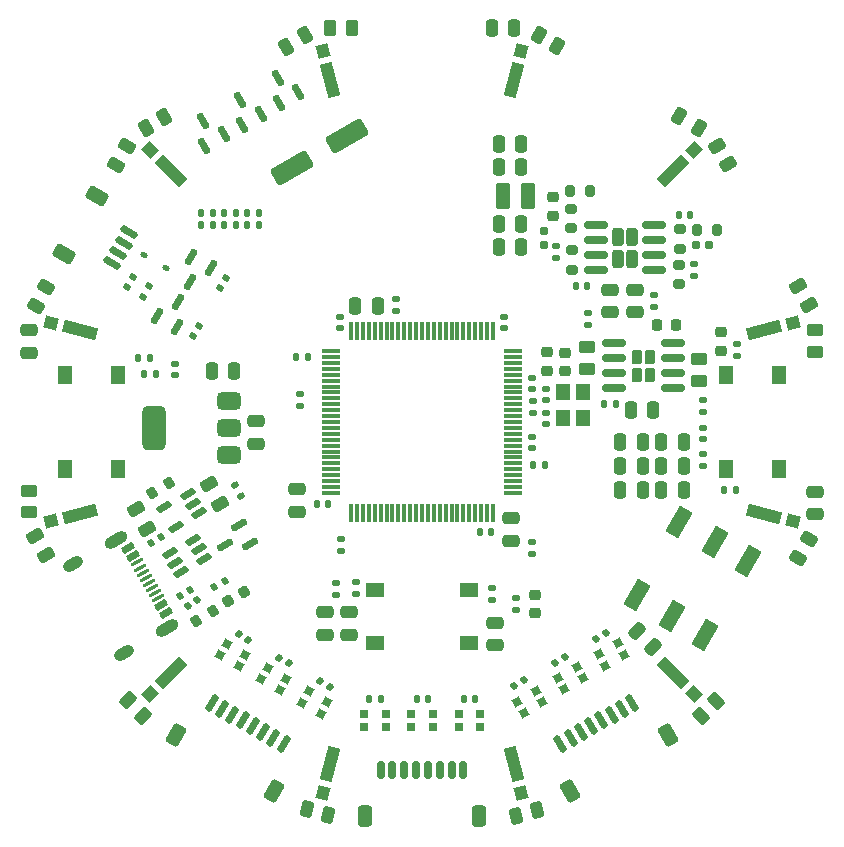
<source format=gbr>
%TF.GenerationSoftware,KiCad,Pcbnew,8.0.3*%
%TF.CreationDate,2024-08-28T16:51:52-04:00*%
%TF.ProjectId,vibrometer_h7,76696272-6f6d-4657-9465-725f68372e6b,rev?*%
%TF.SameCoordinates,Original*%
%TF.FileFunction,Paste,Top*%
%TF.FilePolarity,Positive*%
%FSLAX46Y46*%
G04 Gerber Fmt 4.6, Leading zero omitted, Abs format (unit mm)*
G04 Created by KiCad (PCBNEW 8.0.3) date 2024-08-28 16:51:52*
%MOMM*%
%LPD*%
G01*
G04 APERTURE LIST*
G04 Aperture macros list*
%AMRoundRect*
0 Rectangle with rounded corners*
0 $1 Rounding radius*
0 $2 $3 $4 $5 $6 $7 $8 $9 X,Y pos of 4 corners*
0 Add a 4 corners polygon primitive as box body*
4,1,4,$2,$3,$4,$5,$6,$7,$8,$9,$2,$3,0*
0 Add four circle primitives for the rounded corners*
1,1,$1+$1,$2,$3*
1,1,$1+$1,$4,$5*
1,1,$1+$1,$6,$7*
1,1,$1+$1,$8,$9*
0 Add four rect primitives between the rounded corners*
20,1,$1+$1,$2,$3,$4,$5,0*
20,1,$1+$1,$4,$5,$6,$7,0*
20,1,$1+$1,$6,$7,$8,$9,0*
20,1,$1+$1,$8,$9,$2,$3,0*%
%AMHorizOval*
0 Thick line with rounded ends*
0 $1 width*
0 $2 $3 position (X,Y) of the first rounded end (center of the circle)*
0 $4 $5 position (X,Y) of the second rounded end (center of the circle)*
0 Add line between two ends*
20,1,$1,$2,$3,$4,$5,0*
0 Add two circle primitives to create the rounded ends*
1,1,$1,$2,$3*
1,1,$1,$4,$5*%
%AMRotRect*
0 Rectangle, with rotation*
0 The origin of the aperture is its center*
0 $1 length*
0 $2 width*
0 $3 Rotation angle, in degrees counterclockwise*
0 Add horizontal line*
21,1,$1,$2,0,0,$3*%
G04 Aperture macros list end*
%ADD10RoundRect,0.250000X-0.450000X0.262500X-0.450000X-0.262500X0.450000X-0.262500X0.450000X0.262500X0*%
%ADD11RoundRect,0.200000X-0.275000X0.200000X-0.275000X-0.200000X0.275000X-0.200000X0.275000X0.200000X0*%
%ADD12RoundRect,0.250000X0.512652X0.159099X0.159099X0.512652X-0.512652X-0.159099X-0.159099X-0.512652X0*%
%ADD13RoundRect,0.250000X0.536362X0.020994X0.286362X0.454006X-0.536362X-0.020994X-0.286362X-0.454006X0*%
%ADD14RoundRect,0.140000X0.170000X-0.140000X0.170000X0.140000X-0.170000X0.140000X-0.170000X-0.140000X0*%
%ADD15R,1.200000X1.400000*%
%ADD16RoundRect,0.218750X-0.256250X0.218750X-0.256250X-0.218750X0.256250X-0.218750X0.256250X0.218750X0*%
%ADD17R,0.700000X0.700000*%
%ADD18RoundRect,0.200000X0.200000X0.275000X-0.200000X0.275000X-0.200000X-0.275000X0.200000X-0.275000X0*%
%ADD19RoundRect,0.135000X0.135000X0.185000X-0.135000X0.185000X-0.135000X-0.185000X0.135000X-0.185000X0*%
%ADD20RoundRect,0.250000X-0.503814X-0.132583X-0.132583X-0.503814X0.503814X0.132583X0.132583X0.503814X0*%
%ADD21RoundRect,0.225000X-0.225000X-0.250000X0.225000X-0.250000X0.225000X0.250000X-0.225000X0.250000X0*%
%ADD22RoundRect,0.250000X-0.536362X-0.020994X-0.286362X-0.454006X0.536362X0.020994X0.286362X0.454006X0*%
%ADD23RoundRect,0.150000X-0.442404X-0.466266X-0.182596X-0.616266X0.442404X0.466266X0.182596X0.616266X0*%
%ADD24RoundRect,0.250000X-0.628109X-0.387917X-0.021891X-0.737917X0.628109X0.387917X0.021891X0.737917X0*%
%ADD25RoundRect,0.250000X0.132583X-0.503814X0.503814X-0.132583X-0.132583X0.503814X-0.503814X0.132583X0*%
%ADD26RoundRect,0.140000X-0.036244X-0.217224X0.206244X-0.077224X0.036244X0.217224X-0.206244X0.077224X0*%
%ADD27RoundRect,0.250000X-0.250000X-0.475000X0.250000X-0.475000X0.250000X0.475000X-0.250000X0.475000X0*%
%ADD28RoundRect,0.250000X0.262500X0.450000X-0.262500X0.450000X-0.262500X-0.450000X0.262500X-0.450000X0*%
%ADD29RoundRect,0.135000X0.185000X-0.135000X0.185000X0.135000X-0.185000X0.135000X-0.185000X-0.135000X0*%
%ADD30RoundRect,0.250000X0.454006X0.286362X0.020994X0.536362X-0.454006X-0.286362X-0.020994X-0.536362X0*%
%ADD31RoundRect,0.150000X0.423654X-0.433790X-0.163846X0.583790X-0.423654X0.433790X0.163846X-0.583790X0*%
%ADD32RoundRect,0.140000X-0.170000X0.140000X-0.170000X-0.140000X0.170000X-0.140000X0.170000X0.140000X0*%
%ADD33RoundRect,0.250000X0.250000X0.475000X-0.250000X0.475000X-0.250000X-0.475000X0.250000X-0.475000X0*%
%ADD34RoundRect,0.135000X-0.024413X-0.227715X0.209413X-0.092715X0.024413X0.227715X-0.209413X0.092715X0*%
%ADD35RotRect,2.920000X1.040000X285.000000*%
%ADD36RotRect,1.100000X1.040000X285.000000*%
%ADD37RoundRect,0.225000X0.250000X-0.225000X0.250000X0.225000X-0.250000X0.225000X-0.250000X-0.225000X0*%
%ADD38RotRect,0.700000X0.700000X150.000000*%
%ADD39R,1.300000X1.550000*%
%ADD40RoundRect,0.250000X-0.475000X0.250000X-0.475000X-0.250000X0.475000X-0.250000X0.475000X0.250000X0*%
%ADD41RoundRect,0.135000X-0.135000X-0.185000X0.135000X-0.185000X0.135000X0.185000X-0.135000X0.185000X0*%
%ADD42RoundRect,0.150000X-0.368838X-0.386154X0.518838X0.126346X0.368838X0.386154X-0.518838X-0.126346X0*%
%ADD43RotRect,2.920000X1.040000X15.000000*%
%ADD44RotRect,1.100000X1.040000X15.000000*%
%ADD45RotRect,2.920000X1.040000X315.000000*%
%ADD46RotRect,1.100000X1.040000X315.000000*%
%ADD47RoundRect,0.140000X-0.140000X-0.170000X0.140000X-0.170000X0.140000X0.170000X-0.140000X0.170000X0*%
%ADD48RoundRect,0.218750X-0.061318X-0.331294X0.317568X-0.112544X0.061318X0.331294X-0.317568X0.112544X0*%
%ADD49RoundRect,0.075000X0.725000X0.075000X-0.725000X0.075000X-0.725000X-0.075000X0.725000X-0.075000X0*%
%ADD50RoundRect,0.075000X0.075000X0.725000X-0.075000X0.725000X-0.075000X-0.725000X0.075000X-0.725000X0*%
%ADD51RoundRect,0.250000X-0.020994X0.536362X-0.454006X0.286362X0.020994X-0.536362X0.454006X-0.286362X0*%
%ADD52RoundRect,0.250000X0.520961X-0.002332X0.258461X0.452332X-0.520961X0.002332X-0.258461X-0.452332X0*%
%ADD53RoundRect,0.250000X-0.286362X0.454006X-0.536362X0.020994X0.286362X-0.454006X0.536362X-0.020994X0*%
%ADD54R,1.550000X1.300000*%
%ADD55RotRect,2.920000X1.040000X45.000000*%
%ADD56RotRect,1.100000X1.040000X45.000000*%
%ADD57RoundRect,0.135000X0.024413X0.227715X-0.209413X0.092715X-0.024413X-0.227715X0.209413X-0.092715X0*%
%ADD58RoundRect,0.140000X0.140000X0.170000X-0.140000X0.170000X-0.140000X-0.170000X0.140000X-0.170000X0*%
%ADD59RoundRect,0.112500X-0.218630X-0.003678X0.106130X-0.191178X0.218630X0.003678X-0.106130X0.191178X0*%
%ADD60RoundRect,0.250000X-0.258461X0.452332X-0.520961X-0.002332X0.258461X-0.452332X0.520961X0.002332X0*%
%ADD61RoundRect,0.150000X0.182596X-0.616266X0.442404X-0.466266X-0.182596X0.616266X-0.442404X0.466266X0*%
%ADD62RoundRect,0.250000X0.021891X-0.737917X0.628109X-0.387917X-0.021891X0.737917X-0.628109X0.387917X0*%
%ADD63RoundRect,0.250000X0.450000X-0.262500X0.450000X0.262500X-0.450000X0.262500X-0.450000X-0.262500X0*%
%ADD64RoundRect,0.140000X-0.206244X-0.077224X0.036244X-0.217224X0.206244X0.077224X-0.036244X0.217224X0*%
%ADD65RoundRect,0.200000X-0.035705X-0.338157X0.310705X-0.138157X0.035705X0.338157X-0.310705X0.138157X0*%
%ADD66RoundRect,0.250000X0.475000X-0.250000X0.475000X0.250000X-0.475000X0.250000X-0.475000X-0.250000X0*%
%ADD67RoundRect,0.135000X-0.185000X0.135000X-0.185000X-0.135000X0.185000X-0.135000X0.185000X0.135000X0*%
%ADD68RotRect,0.700000X0.700000X210.000000*%
%ADD69RotRect,2.920000X1.040000X75.000000*%
%ADD70RotRect,1.100000X1.040000X75.000000*%
%ADD71RoundRect,0.150000X-0.466266X0.442404X-0.616266X0.182596X0.466266X-0.442404X0.616266X-0.182596X0*%
%ADD72RoundRect,0.250000X-0.387917X0.628109X-0.737917X0.021891X0.387917X-0.628109X0.737917X-0.021891X0*%
%ADD73RotRect,2.920000X1.040000X255.000000*%
%ADD74RotRect,1.100000X1.040000X255.000000*%
%ADD75RoundRect,0.150000X0.163846X0.583790X-0.423654X-0.433790X-0.163846X-0.583790X0.423654X0.433790X0*%
%ADD76RotRect,2.920000X1.040000X165.000000*%
%ADD77RotRect,1.100000X1.040000X165.000000*%
%ADD78RoundRect,0.150000X0.368838X0.386154X-0.518838X-0.126346X-0.368838X-0.386154X0.518838X0.126346X0*%
%ADD79RoundRect,0.155000X0.212500X0.155000X-0.212500X0.155000X-0.212500X-0.155000X0.212500X-0.155000X0*%
%ADD80RoundRect,0.150000X0.433790X0.423654X-0.583790X-0.163846X-0.433790X-0.423654X0.583790X0.163846X0*%
%ADD81RoundRect,0.135000X0.227715X-0.024413X0.092715X0.209413X-0.227715X0.024413X-0.092715X-0.209413X0*%
%ADD82RotRect,2.920000X1.040000X345.000000*%
%ADD83RotRect,1.100000X1.040000X345.000000*%
%ADD84RotRect,2.920000X1.040000X195.000000*%
%ADD85RotRect,1.100000X1.040000X195.000000*%
%ADD86RoundRect,0.250000X-0.137087X-0.502607X0.370024X-0.366727X0.137087X0.502607X-0.370024X0.366727X0*%
%ADD87RoundRect,0.250000X0.258461X-0.452332X0.520961X0.002332X-0.258461X0.452332X-0.520961X-0.002332X0*%
%ADD88RoundRect,0.155000X0.155000X-0.212500X0.155000X0.212500X-0.155000X0.212500X-0.155000X-0.212500X0*%
%ADD89RoundRect,0.250000X0.002332X0.520961X-0.452332X0.258461X-0.002332X-0.520961X0.452332X-0.258461X0*%
%ADD90RoundRect,0.135000X0.092715X-0.209413X0.227715X0.024413X-0.092715X0.209413X-0.227715X-0.024413X0*%
%ADD91RoundRect,0.230000X0.230000X0.375000X-0.230000X0.375000X-0.230000X-0.375000X0.230000X-0.375000X0*%
%ADD92RoundRect,0.150000X0.825000X0.150000X-0.825000X0.150000X-0.825000X-0.150000X0.825000X-0.150000X0*%
%ADD93RoundRect,0.135000X-0.092715X0.209413X-0.227715X-0.024413X0.092715X-0.209413X0.227715X0.024413X0*%
%ADD94RoundRect,0.150000X-0.150000X-0.625000X0.150000X-0.625000X0.150000X0.625000X-0.150000X0.625000X0*%
%ADD95RoundRect,0.250000X-0.350000X-0.650000X0.350000X-0.650000X0.350000X0.650000X-0.350000X0.650000X0*%
%ADD96RotRect,2.500000X1.250000X240.000000*%
%ADD97RoundRect,0.250000X0.452332X0.258461X-0.002332X0.520961X-0.452332X-0.258461X0.002332X-0.520961X0*%
%ADD98RoundRect,0.150000X-0.163846X-0.583790X0.423654X0.433790X0.163846X0.583790X-0.423654X-0.433790X0*%
%ADD99RotRect,2.920000X1.040000X225.000000*%
%ADD100RotRect,1.100000X1.040000X225.000000*%
%ADD101RoundRect,0.250000X1.024038X1.226314X-1.574038X-0.273686X-1.024038X-1.226314X1.574038X0.273686X0*%
%ADD102RotRect,2.920000X1.040000X135.000000*%
%ADD103RotRect,1.100000X1.040000X135.000000*%
%ADD104RoundRect,0.242500X0.242500X0.527500X-0.242500X0.527500X-0.242500X-0.527500X0.242500X-0.527500X0*%
%ADD105RoundRect,0.250000X-0.370024X-0.366727X0.137087X-0.502607X0.370024X0.366727X-0.137087X0.502607X0*%
%ADD106RoundRect,0.150000X-0.443061X-0.082596X-0.293061X-0.342404X0.443061X0.082596X0.293061X0.342404X0*%
%ADD107RoundRect,0.075000X-0.470513X-0.185048X-0.395513X-0.314952X0.470513X0.185048X0.395513X0.314952X0*%
%ADD108HorizOval,1.000000X-0.476314X-0.275000X0.476314X0.275000X0*%
%ADD109HorizOval,1.000000X-0.346410X-0.200000X0.346410X0.200000X0*%
%ADD110RoundRect,0.250000X-0.375000X-0.850000X0.375000X-0.850000X0.375000X0.850000X-0.375000X0.850000X0*%
%ADD111RotRect,2.920000X1.040000X105.000000*%
%ADD112RotRect,1.100000X1.040000X105.000000*%
%ADD113RoundRect,0.375000X0.625000X0.375000X-0.625000X0.375000X-0.625000X-0.375000X0.625000X-0.375000X0*%
%ADD114RoundRect,0.500000X0.500000X1.400000X-0.500000X1.400000X-0.500000X-1.400000X0.500000X-1.400000X0*%
G04 APERTURE END LIST*
D10*
%TO.C,R903*%
X173450000Y-94687500D03*
X173450000Y-96512500D03*
%TD*%
D11*
%TO.C,R911*%
X162675000Y-85475000D03*
X162675000Y-87125000D03*
%TD*%
D12*
%TO.C,C1006*%
X169571751Y-119071751D03*
X168228249Y-117728249D03*
%TD*%
D13*
%TO.C,C302*%
X126750000Y-109022724D03*
X125800000Y-107377276D03*
%TD*%
D14*
%TO.C,C205*%
X143050000Y-92080000D03*
X143050000Y-91120000D03*
%TD*%
D13*
%TO.C,C305*%
X132925000Y-106922724D03*
X131975000Y-105277276D03*
%TD*%
D15*
%TO.C,Y201*%
X163650000Y-99700000D03*
X163650000Y-97500000D03*
X161950000Y-97500000D03*
X161950000Y-99700000D03*
%TD*%
D16*
%TO.C,D502*%
X175325000Y-92412500D03*
X175325000Y-93987500D03*
%TD*%
D17*
%TO.C,D405*%
X150932500Y-125800000D03*
X150932500Y-124700000D03*
X149102500Y-124700000D03*
X149102500Y-125800000D03*
%TD*%
D18*
%TO.C,R908*%
X164225000Y-80425000D03*
X162575000Y-80425000D03*
%TD*%
D11*
%TO.C,R904*%
X171750000Y-86675000D03*
X171750000Y-88325000D03*
%TD*%
D19*
%TO.C,R506*%
X176585000Y-105750000D03*
X175565000Y-105750000D03*
%TD*%
D20*
%TO.C,R1008*%
X125129766Y-123579765D03*
X126420234Y-124870235D03*
%TD*%
D21*
%TO.C,C915*%
X169925000Y-91750000D03*
X171475000Y-91750000D03*
%TD*%
D22*
%TO.C,C1010*%
X117225000Y-109627276D03*
X118175000Y-111272724D03*
%TD*%
D23*
%TO.C,J601*%
X132218911Y-123767949D03*
X133084936Y-124267949D03*
X133950962Y-124767949D03*
X134816987Y-125267949D03*
X135683013Y-125767949D03*
X136549038Y-126267949D03*
X137415064Y-126767949D03*
X138281089Y-127267949D03*
D24*
X129155578Y-126473798D03*
X137469422Y-131273798D03*
%TD*%
D25*
%TO.C,R1005*%
X173614765Y-124905235D03*
X174905235Y-123614765D03*
%TD*%
D26*
%TO.C,C301*%
X130159308Y-115590000D03*
X130990692Y-115110000D03*
%TD*%
D27*
%TO.C,C907*%
X170250000Y-105750000D03*
X172150000Y-105750000D03*
%TD*%
D28*
%TO.C,R1012*%
X144037500Y-66675000D03*
X142212500Y-66675000D03*
%TD*%
D29*
%TO.C,R912*%
X161325000Y-86085000D03*
X161325000Y-85065000D03*
%TD*%
D30*
%TO.C,C1003*%
X173422724Y-75075000D03*
X171777276Y-74125000D03*
%TD*%
D31*
%TO.C,Q1001*%
X131554552Y-76600000D03*
X133200000Y-75650000D03*
X131439776Y-74501202D03*
%TD*%
D27*
%TO.C,C911*%
X166800000Y-101700000D03*
X168700000Y-101700000D03*
%TD*%
D32*
%TO.C,C208*%
X129050000Y-95070000D03*
X129050000Y-96030000D03*
%TD*%
D33*
%TO.C,C309*%
X158412724Y-78438347D03*
X156512724Y-78438347D03*
%TD*%
%TO.C,C310*%
X158400000Y-85200000D03*
X156500000Y-85200000D03*
%TD*%
D34*
%TO.C,R303*%
X127058327Y-110255000D03*
X127941673Y-109745000D03*
%TD*%
D35*
%TO.C,D1006*%
X157764571Y-128977775D03*
D36*
X158416795Y-131411909D03*
%TD*%
D37*
%TO.C,C912*%
X161100000Y-82525000D03*
X161100000Y-80975000D03*
%TD*%
D38*
%TO.C,D403*%
X141431515Y-124683814D03*
X141981515Y-123731186D03*
X140396689Y-122816186D03*
X139846689Y-123768814D03*
%TD*%
D39*
%TO.C,SW201*%
X119750000Y-103980000D03*
X119750000Y-96020000D03*
X124250000Y-103980000D03*
X124250000Y-96020000D03*
%TD*%
D40*
%TO.C,C204*%
X139450000Y-105700000D03*
X139450000Y-107600000D03*
%TD*%
D31*
%TO.C,Q1003*%
X137896026Y-73011899D03*
X139541474Y-72061899D03*
X137781250Y-70913101D03*
%TD*%
D41*
%TO.C,R1013*%
X131290000Y-83300000D03*
X132310000Y-83300000D03*
%TD*%
D42*
%TO.C,U301*%
X128639896Y-111096026D03*
X129114896Y-111918750D03*
X129589896Y-112741474D03*
X131560104Y-111603974D03*
X131085104Y-110781250D03*
X130610104Y-109958526D03*
%TD*%
D43*
%TO.C,D1003*%
X178977775Y-92235429D03*
D44*
X181411909Y-91583205D03*
%TD*%
D45*
%TO.C,D1005*%
X171213203Y-121213203D03*
D46*
X172995113Y-122995113D03*
%TD*%
D32*
%TO.C,C211*%
X147800000Y-89620000D03*
X147800000Y-90580000D03*
%TD*%
D47*
%TO.C,C901*%
X163020000Y-88500000D03*
X163980000Y-88500000D03*
%TD*%
D17*
%TO.C,D404*%
X146932500Y-125800000D03*
X146932500Y-124700000D03*
X145102500Y-124700000D03*
X145102500Y-125800000D03*
%TD*%
D32*
%TO.C,C202*%
X159290000Y-101270000D03*
X159290000Y-102230000D03*
%TD*%
D48*
%TO.C,D301*%
X133593005Y-115193750D03*
X134956995Y-114406250D03*
%TD*%
D49*
%TO.C,U201*%
X157675000Y-106000000D03*
X157675000Y-105500000D03*
X157675000Y-105000000D03*
X157675000Y-104500000D03*
X157675000Y-104000000D03*
X157675000Y-103500000D03*
X157675000Y-103000000D03*
X157675000Y-102500000D03*
X157675000Y-102000000D03*
X157675000Y-101500000D03*
X157675000Y-101000000D03*
X157675000Y-100500000D03*
X157675000Y-100000000D03*
X157675000Y-99500000D03*
X157675000Y-99000000D03*
X157675000Y-98500000D03*
X157675000Y-98000000D03*
X157675000Y-97500000D03*
X157675000Y-97000000D03*
X157675000Y-96500000D03*
X157675000Y-96000000D03*
X157675000Y-95500000D03*
X157675000Y-95000000D03*
X157675000Y-94500000D03*
X157675000Y-94000000D03*
D50*
X156000000Y-92325000D03*
X155500000Y-92325000D03*
X155000000Y-92325000D03*
X154500000Y-92325000D03*
X154000000Y-92325000D03*
X153500000Y-92325000D03*
X153000000Y-92325000D03*
X152500000Y-92325000D03*
X152000000Y-92325000D03*
X151500000Y-92325000D03*
X151000000Y-92325000D03*
X150500000Y-92325000D03*
X150000000Y-92325000D03*
X149500000Y-92325000D03*
X149000000Y-92325000D03*
X148500000Y-92325000D03*
X148000000Y-92325000D03*
X147500000Y-92325000D03*
X147000000Y-92325000D03*
X146500000Y-92325000D03*
X146000000Y-92325000D03*
X145500000Y-92325000D03*
X145000000Y-92325000D03*
X144500000Y-92325000D03*
X144000000Y-92325000D03*
D49*
X142325000Y-94000000D03*
X142325000Y-94500000D03*
X142325000Y-95000000D03*
X142325000Y-95500000D03*
X142325000Y-96000000D03*
X142325000Y-96500000D03*
X142325000Y-97000000D03*
X142325000Y-97500000D03*
X142325000Y-98000000D03*
X142325000Y-98500000D03*
X142325000Y-99000000D03*
X142325000Y-99500000D03*
X142325000Y-100000000D03*
X142325000Y-100500000D03*
X142325000Y-101000000D03*
X142325000Y-101500000D03*
X142325000Y-102000000D03*
X142325000Y-102500000D03*
X142325000Y-103000000D03*
X142325000Y-103500000D03*
X142325000Y-104000000D03*
X142325000Y-104500000D03*
X142325000Y-105000000D03*
X142325000Y-105500000D03*
X142325000Y-106000000D03*
D50*
X144000000Y-107675000D03*
X144500000Y-107675000D03*
X145000000Y-107675000D03*
X145500000Y-107675000D03*
X146000000Y-107675000D03*
X146500000Y-107675000D03*
X147000000Y-107675000D03*
X147500000Y-107675000D03*
X148000000Y-107675000D03*
X148500000Y-107675000D03*
X149000000Y-107675000D03*
X149500000Y-107675000D03*
X150000000Y-107675000D03*
X150500000Y-107675000D03*
X151000000Y-107675000D03*
X151500000Y-107675000D03*
X152000000Y-107675000D03*
X152500000Y-107675000D03*
X153000000Y-107675000D03*
X153500000Y-107675000D03*
X154000000Y-107675000D03*
X154500000Y-107675000D03*
X155000000Y-107675000D03*
X155500000Y-107675000D03*
X156000000Y-107675000D03*
%TD*%
D51*
%TO.C,C1013*%
X140122724Y-67275000D03*
X138477276Y-68225000D03*
%TD*%
D52*
%TO.C,R1002*%
X175881250Y-78190248D03*
X174968750Y-76609752D03*
%TD*%
D32*
%TO.C,C502*%
X173775000Y-100495000D03*
X173775000Y-101455000D03*
%TD*%
D14*
%TO.C,C501*%
X142725000Y-114630000D03*
X142725000Y-113670000D03*
%TD*%
D47*
%TO.C,C404*%
X145537500Y-123450000D03*
X146497500Y-123450000D03*
%TD*%
D53*
%TO.C,C1012*%
X125050000Y-76627276D03*
X124100000Y-78272724D03*
%TD*%
D54*
%TO.C,SW501*%
X153980000Y-118750000D03*
X146020000Y-118750000D03*
X153980000Y-114250000D03*
X146020000Y-114250000D03*
%TD*%
D19*
%TO.C,R1018*%
X136210000Y-82300000D03*
X135190000Y-82300000D03*
%TD*%
D55*
%TO.C,D1002*%
X171213203Y-78786797D03*
D56*
X172995113Y-77004887D03*
%TD*%
D26*
%TO.C,C408*%
X161266895Y-120364968D03*
X162098279Y-119884968D03*
%TD*%
D57*
%TO.C,R302*%
X133291673Y-113495000D03*
X132408327Y-114005000D03*
%TD*%
D10*
%TO.C,R910*%
X163980000Y-93687500D03*
X163980000Y-95512500D03*
%TD*%
D29*
%TO.C,R503*%
X173800000Y-103710000D03*
X173800000Y-102690000D03*
%TD*%
D47*
%TO.C,C406*%
X153537500Y-123450000D03*
X154497500Y-123450000D03*
%TD*%
D29*
%TO.C,R403*%
X159300000Y-111160000D03*
X159300000Y-110140000D03*
%TD*%
D58*
%TO.C,C203*%
X155880000Y-109300000D03*
X154920000Y-109300000D03*
%TD*%
D59*
%TO.C,D201*%
X126490673Y-85875000D03*
X128309327Y-86925000D03*
%TD*%
D60*
%TO.C,R1010*%
X118206250Y-88559752D03*
X117293750Y-90140248D03*
%TD*%
D61*
%TO.C,J801*%
X161718911Y-127267949D03*
X162584936Y-126767949D03*
X163450962Y-126267949D03*
X164316987Y-125767949D03*
X165183013Y-125267949D03*
X166049038Y-124767949D03*
X166915064Y-124267949D03*
X167781089Y-123767949D03*
D62*
X162530578Y-131273798D03*
X170844422Y-126473798D03*
%TD*%
D58*
%TO.C,C210*%
X142080000Y-106975000D03*
X141120000Y-106975000D03*
%TD*%
D63*
%TO.C,R1003*%
X183275000Y-94037500D03*
X183275000Y-92212500D03*
%TD*%
D64*
%TO.C,C401*%
X134470206Y-117951154D03*
X135301590Y-118431154D03*
%TD*%
D65*
%TO.C,R301*%
X130885529Y-116812500D03*
X132314471Y-115987500D03*
%TD*%
D66*
%TO.C,C1008*%
X143850000Y-118025000D03*
X143850000Y-116125000D03*
%TD*%
D16*
%TO.C,D501*%
X159600000Y-114612500D03*
X159600000Y-116187500D03*
%TD*%
D67*
%TO.C,R209*%
X159400000Y-98190000D03*
X159400000Y-99210000D03*
%TD*%
D27*
%TO.C,C913*%
X166800000Y-103750000D03*
X168700000Y-103750000D03*
%TD*%
D29*
%TO.C,R206*%
X139670000Y-98640000D03*
X139670000Y-97620000D03*
%TD*%
D68*
%TO.C,D407*%
X160185899Y-123702628D03*
X159635899Y-122750000D03*
X158051073Y-123665000D03*
X158601073Y-124617628D03*
%TD*%
D69*
%TO.C,D1001*%
X157764571Y-71022225D03*
D70*
X158416795Y-68588091D03*
%TD*%
D58*
%TO.C,C902*%
X172730000Y-82475000D03*
X171770000Y-82475000D03*
%TD*%
D71*
%TO.C,J201*%
X125232051Y-83950962D03*
X124732051Y-84816987D03*
X124232051Y-85683013D03*
X123732051Y-86549038D03*
D72*
X122526202Y-80887629D03*
X119726202Y-85737371D03*
%TD*%
D33*
%TO.C,C311*%
X158400000Y-83200000D03*
X156500000Y-83200000D03*
%TD*%
D73*
%TO.C,D1007*%
X142235429Y-128977775D03*
D74*
X141583205Y-131411909D03*
%TD*%
D75*
%TO.C,Q203*%
X132097724Y-86965673D03*
X130452276Y-86015673D03*
X130337500Y-88114471D03*
%TD*%
D76*
%TO.C,D1010*%
X121022225Y-92235429D03*
D77*
X118588091Y-91583205D03*
%TD*%
D29*
%TO.C,R402*%
X143175000Y-110910000D03*
X143175000Y-109890000D03*
%TD*%
D47*
%TO.C,C405*%
X149537500Y-123450000D03*
X150497500Y-123450000D03*
%TD*%
D41*
%TO.C,R205*%
X125940000Y-94600000D03*
X126960000Y-94600000D03*
%TD*%
D33*
%TO.C,C1002*%
X157800000Y-66675000D03*
X155900000Y-66675000D03*
%TD*%
D68*
%TO.C,D408*%
X163650000Y-121702628D03*
X163100000Y-120750000D03*
X161515174Y-121665000D03*
X162065174Y-122617628D03*
%TD*%
D26*
%TO.C,C407*%
X157802794Y-122364968D03*
X158634178Y-121884968D03*
%TD*%
D27*
%TO.C,C914*%
X166800000Y-105800000D03*
X168700000Y-105800000D03*
%TD*%
D67*
%TO.C,R501*%
X144400000Y-113540000D03*
X144400000Y-114560000D03*
%TD*%
D31*
%TO.C,Q1002*%
X134746026Y-74836899D03*
X136391474Y-73886899D03*
X134631250Y-72738101D03*
%TD*%
D78*
%TO.C,U302*%
X131110104Y-107728974D03*
X130635104Y-106906250D03*
X130160104Y-106083526D03*
X128189896Y-107221026D03*
X129139896Y-108866474D03*
%TD*%
D40*
%TO.C,C1007*%
X156150000Y-117000000D03*
X156150000Y-118900000D03*
%TD*%
D41*
%TO.C,R401*%
X139340000Y-94500000D03*
X140360000Y-94500000D03*
%TD*%
D79*
%TO.C,C905*%
X174317500Y-85050000D03*
X173182500Y-85050000D03*
%TD*%
D58*
%TO.C,C904*%
X166410000Y-98480000D03*
X165450000Y-98480000D03*
%TD*%
D33*
%TO.C,C312*%
X158412724Y-76438346D03*
X156512724Y-76438346D03*
%TD*%
D80*
%TO.C,Q202*%
X135423798Y-110335224D03*
X134473798Y-108689776D03*
X133325000Y-110450000D03*
%TD*%
D81*
%TO.C,R203*%
X134705000Y-106241673D03*
X134195000Y-105358327D03*
%TD*%
D82*
%TO.C,D1004*%
X178977775Y-107764571D03*
D83*
X181411909Y-108416795D03*
%TD*%
D37*
%TO.C,C306*%
X162100000Y-95675000D03*
X162100000Y-94125000D03*
%TD*%
D14*
%TO.C,C213*%
X160500000Y-98180000D03*
X160500000Y-97220000D03*
%TD*%
D67*
%TO.C,R906*%
X169680000Y-89270000D03*
X169680000Y-90290000D03*
%TD*%
D40*
%TO.C,C910*%
X165950000Y-88800000D03*
X165950000Y-90700000D03*
%TD*%
D39*
%TO.C,SW502*%
X180225000Y-96020000D03*
X180225000Y-103980000D03*
X175725000Y-96020000D03*
X175725000Y-103980000D03*
%TD*%
D68*
%TO.C,D409*%
X167114102Y-119702628D03*
X166564102Y-118750000D03*
X164979276Y-119665000D03*
X165529276Y-120617628D03*
%TD*%
D84*
%TO.C,D1009*%
X121022226Y-107764571D03*
D85*
X118588092Y-108416795D03*
%TD*%
D86*
%TO.C,R1006*%
X157993593Y-133336172D03*
X159756407Y-132863828D03*
%TD*%
D40*
%TO.C,C1011*%
X116700000Y-92225000D03*
X116700000Y-94125000D03*
%TD*%
D11*
%TO.C,R909*%
X162625000Y-81925000D03*
X162625000Y-83575000D03*
%TD*%
D16*
%TO.C,L301*%
X160560000Y-94102500D03*
X160560000Y-95677500D03*
%TD*%
D66*
%TO.C,C1005*%
X183310000Y-107790000D03*
X183310000Y-105890000D03*
%TD*%
D40*
%TO.C,C909*%
X168050000Y-88800000D03*
X168050000Y-90700000D03*
%TD*%
D27*
%TO.C,C908*%
X170250000Y-103730000D03*
X172150000Y-103730000D03*
%TD*%
D26*
%TO.C,C409*%
X164730997Y-118364968D03*
X165562381Y-117884968D03*
%TD*%
D87*
%TO.C,R1004*%
X181818750Y-111490248D03*
X182731250Y-109909752D03*
%TD*%
D64*
%TO.C,C402*%
X137934308Y-119951154D03*
X138765692Y-120431154D03*
%TD*%
D38*
%TO.C,D402*%
X137967413Y-122683814D03*
X138517413Y-121731186D03*
X136932587Y-120816186D03*
X136382587Y-121768814D03*
%TD*%
D10*
%TO.C,R1009*%
X116750000Y-105812500D03*
X116750000Y-107637500D03*
%TD*%
D88*
%TO.C,C916*%
X160325000Y-84992500D03*
X160325000Y-83857500D03*
%TD*%
D13*
%TO.C,C1004*%
X182750000Y-90097724D03*
X181800000Y-88452276D03*
%TD*%
D89*
%TO.C,R1011*%
X128190248Y-74168750D03*
X126609752Y-75081250D03*
%TD*%
D14*
%TO.C,C212*%
X160500000Y-100180000D03*
X160500000Y-99220000D03*
%TD*%
D40*
%TO.C,C304*%
X135950000Y-99950000D03*
X135950000Y-101850000D03*
%TD*%
D90*
%TO.C,R207*%
X130582500Y-92756144D03*
X131092500Y-91872798D03*
%TD*%
D41*
%TO.C,R1015*%
X133240000Y-83300000D03*
X134260000Y-83300000D03*
%TD*%
D19*
%TO.C,R204*%
X127510000Y-95900000D03*
X126490000Y-95900000D03*
%TD*%
D67*
%TO.C,R907*%
X164020000Y-90770000D03*
X164020000Y-91790000D03*
%TD*%
D91*
%TO.C,U902*%
X169320000Y-96000000D03*
X169320000Y-94500000D03*
X168180000Y-96000000D03*
X168180000Y-94500000D03*
D92*
X171225000Y-97155000D03*
X171225000Y-95885000D03*
X171225000Y-94615000D03*
X171225000Y-93345000D03*
X166275000Y-93345000D03*
X166275000Y-94615000D03*
X166275000Y-95885000D03*
X166275000Y-97155000D03*
%TD*%
D34*
%TO.C,R304*%
X129483327Y-114705000D03*
X130366673Y-114195000D03*
%TD*%
D41*
%TO.C,R1017*%
X135190000Y-83350000D03*
X136210000Y-83350000D03*
%TD*%
D93*
%TO.C,R208*%
X133442500Y-87772798D03*
X132932500Y-88656144D03*
%TD*%
D94*
%TO.C,J701*%
X146500001Y-129500000D03*
X147500000Y-129500000D03*
X148500000Y-129500000D03*
X149500000Y-129500000D03*
X150500000Y-129500000D03*
X151500001Y-129500000D03*
X152499999Y-129500000D03*
X153500000Y-129500001D03*
D95*
X145200000Y-133374999D03*
X154800000Y-133375000D03*
%TD*%
D27*
%TO.C,C906*%
X170250000Y-101700000D03*
X172150000Y-101700000D03*
%TD*%
D40*
%TO.C,C201*%
X157500000Y-108150000D03*
X157500000Y-110050000D03*
%TD*%
D96*
%TO.C,J901*%
X177579941Y-111787309D03*
X173979942Y-118022692D03*
X174791339Y-110177309D03*
X171191340Y-116412691D03*
X171768911Y-108432309D03*
X168168912Y-114667691D03*
%TD*%
D97*
%TO.C,R1001*%
X161465248Y-68181250D03*
X159884752Y-67268750D03*
%TD*%
D98*
%TO.C,Q201*%
X127577276Y-91013269D03*
X129222724Y-91963269D03*
X129337500Y-89864471D03*
%TD*%
D19*
%TO.C,R1014*%
X132310000Y-82300000D03*
X131290000Y-82300000D03*
%TD*%
D99*
%TO.C,D1008*%
X128750000Y-121250000D03*
D100*
X126968090Y-123031910D03*
%TD*%
D90*
%TO.C,R201*%
X125045000Y-88591673D03*
X125555000Y-87708327D03*
%TD*%
D29*
%TO.C,R905*%
X173000000Y-87610000D03*
X173000000Y-86590000D03*
%TD*%
D32*
%TO.C,C308*%
X159300000Y-96270000D03*
X159300000Y-97230000D03*
%TD*%
D101*
%TO.C,C1001*%
X143638269Y-75800000D03*
X138961731Y-78500000D03*
%TD*%
D47*
%TO.C,C209*%
X159440000Y-103640000D03*
X160400000Y-103640000D03*
%TD*%
D102*
%TO.C,D1011*%
X128786797Y-78786797D03*
D103*
X127004887Y-77004887D03*
%TD*%
D104*
%TO.C,U901*%
X167775000Y-86200000D03*
X167775000Y-84300000D03*
X166575000Y-86200000D03*
X166575000Y-84300000D03*
D92*
X169650000Y-87155000D03*
X169650000Y-85885000D03*
X169650000Y-84615000D03*
X169650000Y-83345000D03*
X164700000Y-83345000D03*
X164700000Y-84615000D03*
X164700000Y-85885000D03*
X164700000Y-87155000D03*
%TD*%
D105*
%TO.C,R1007*%
X140268593Y-132788828D03*
X142031407Y-133261172D03*
%TD*%
D32*
%TO.C,C207*%
X156950000Y-91070000D03*
X156950000Y-92030000D03*
%TD*%
D29*
%TO.C,R505*%
X176700001Y-94385000D03*
X176699999Y-93365000D03*
%TD*%
D18*
%TO.C,R901*%
X174975000Y-83725000D03*
X173325000Y-83725000D03*
%TD*%
D65*
%TO.C,R305*%
X127160529Y-105987500D03*
X128589471Y-105162500D03*
%TD*%
D29*
%TO.C,R503*%
X155900000Y-115110000D03*
X155900000Y-114090000D03*
%TD*%
D38*
%TO.C,D401*%
X134503311Y-120683814D03*
X135053311Y-119731186D03*
X133468485Y-118816186D03*
X132918485Y-119768814D03*
%TD*%
D106*
%TO.C,J301*%
X125136973Y-110638719D03*
X125536973Y-111331539D03*
D107*
X126111973Y-112327468D03*
X126611973Y-113193494D03*
X126861973Y-113626505D03*
X127361973Y-114492532D03*
D106*
X127936973Y-115488461D03*
X128336973Y-116181281D03*
X128336973Y-116181281D03*
X127936973Y-115488461D03*
D107*
X127611973Y-114925544D03*
X127111973Y-114059519D03*
X126361973Y-112760481D03*
X125861973Y-111894456D03*
D106*
X125536973Y-111331539D03*
X125136973Y-110638719D03*
D108*
X124079009Y-109956270D03*
D109*
X120459023Y-112046270D03*
D108*
X128399009Y-117438730D03*
D109*
X124779023Y-119528730D03*
%TD*%
D11*
%TO.C,R902*%
X171875000Y-83700000D03*
X171875000Y-85350000D03*
%TD*%
D33*
%TO.C,C303*%
X134100000Y-95700000D03*
X132200000Y-95700000D03*
%TD*%
D67*
%TO.C,R502*%
X158000000Y-114890000D03*
X158000000Y-115910000D03*
%TD*%
D64*
%TO.C,C403*%
X141398410Y-121951154D03*
X142229794Y-122431154D03*
%TD*%
D66*
%TO.C,C1009*%
X141775000Y-118025000D03*
X141775000Y-116125000D03*
%TD*%
D110*
%TO.C,L302*%
X156845000Y-80850000D03*
X158995000Y-80850000D03*
%TD*%
D19*
%TO.C,R1016*%
X134260000Y-82300000D03*
X133240000Y-82300000D03*
%TD*%
D67*
%TO.C,R504*%
X173800000Y-98140000D03*
X173800000Y-99160000D03*
%TD*%
D17*
%TO.C,D406*%
X154932500Y-125800000D03*
X154932500Y-124700000D03*
X153102500Y-124700000D03*
X153102500Y-125800000D03*
%TD*%
D111*
%TO.C,D1012*%
X142235429Y-71022225D03*
D112*
X141583205Y-68588091D03*
%TD*%
D113*
%TO.C,U303*%
X133650000Y-102800000D03*
X133650000Y-100500000D03*
D114*
X127350000Y-100500000D03*
D113*
X133650000Y-98200000D03*
%TD*%
D27*
%TO.C,C903*%
X167670000Y-99020000D03*
X169570000Y-99020000D03*
%TD*%
D33*
%TO.C,C206*%
X146250000Y-90200000D03*
X144350000Y-90200000D03*
%TD*%
D90*
%TO.C,R202*%
X126395000Y-89391673D03*
X126905000Y-88508327D03*
%TD*%
M02*

</source>
